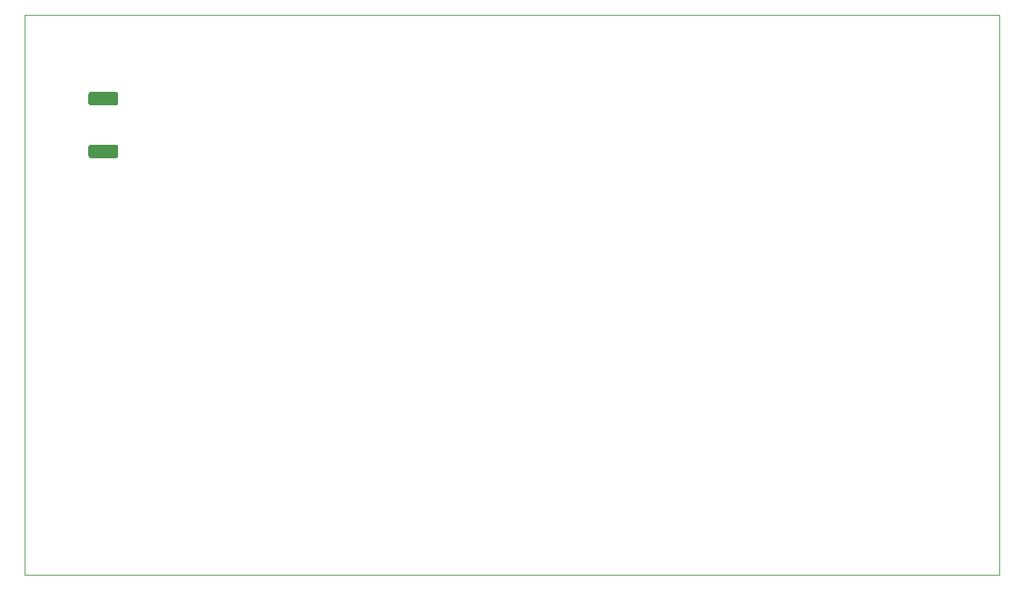
<source format=gbr>
G04 #@! TF.GenerationSoftware,KiCad,Pcbnew,5.1.5-52549c5~86~ubuntu18.04.1*
G04 #@! TF.CreationDate,2020-05-20T16:48:26+05:30*
G04 #@! TF.ProjectId,Resp2,52657370-322e-46b6-9963-61645f706362,rev?*
G04 #@! TF.SameCoordinates,Original*
G04 #@! TF.FileFunction,Paste,Bot*
G04 #@! TF.FilePolarity,Positive*
%FSLAX46Y46*%
G04 Gerber Fmt 4.6, Leading zero omitted, Abs format (unit mm)*
G04 Created by KiCad (PCBNEW 5.1.5-52549c5~86~ubuntu18.04.1) date 2020-05-20 16:48:26*
%MOMM*%
%LPD*%
G04 APERTURE LIST*
%ADD10C,0.100000*%
G04 APERTURE END LIST*
D10*
X123190000Y-12700000D02*
X123190000Y-76200000D01*
X12700000Y-12700000D02*
X123190000Y-12700000D01*
X12700000Y-76200000D02*
X12700000Y-12700000D01*
X123190000Y-76200000D02*
X12700000Y-76200000D01*
G36*
X23039505Y-21463704D02*
G01*
X23063773Y-21467304D01*
X23087572Y-21473265D01*
X23110671Y-21481530D01*
X23132850Y-21492020D01*
X23153893Y-21504632D01*
X23173599Y-21519247D01*
X23191777Y-21535723D01*
X23208253Y-21553901D01*
X23222868Y-21573607D01*
X23235480Y-21594650D01*
X23245970Y-21616829D01*
X23254235Y-21639928D01*
X23260196Y-21663727D01*
X23263796Y-21687995D01*
X23265000Y-21712499D01*
X23265000Y-22737501D01*
X23263796Y-22762005D01*
X23260196Y-22786273D01*
X23254235Y-22810072D01*
X23245970Y-22833171D01*
X23235480Y-22855350D01*
X23222868Y-22876393D01*
X23208253Y-22896099D01*
X23191777Y-22914277D01*
X23173599Y-22930753D01*
X23153893Y-22945368D01*
X23132850Y-22957980D01*
X23110671Y-22968470D01*
X23087572Y-22976735D01*
X23063773Y-22982696D01*
X23039505Y-22986296D01*
X23015001Y-22987500D01*
X20164999Y-22987500D01*
X20140495Y-22986296D01*
X20116227Y-22982696D01*
X20092428Y-22976735D01*
X20069329Y-22968470D01*
X20047150Y-22957980D01*
X20026107Y-22945368D01*
X20006401Y-22930753D01*
X19988223Y-22914277D01*
X19971747Y-22896099D01*
X19957132Y-22876393D01*
X19944520Y-22855350D01*
X19934030Y-22833171D01*
X19925765Y-22810072D01*
X19919804Y-22786273D01*
X19916204Y-22762005D01*
X19915000Y-22737501D01*
X19915000Y-21712499D01*
X19916204Y-21687995D01*
X19919804Y-21663727D01*
X19925765Y-21639928D01*
X19934030Y-21616829D01*
X19944520Y-21594650D01*
X19957132Y-21573607D01*
X19971747Y-21553901D01*
X19988223Y-21535723D01*
X20006401Y-21519247D01*
X20026107Y-21504632D01*
X20047150Y-21492020D01*
X20069329Y-21481530D01*
X20092428Y-21473265D01*
X20116227Y-21467304D01*
X20140495Y-21463704D01*
X20164999Y-21462500D01*
X23015001Y-21462500D01*
X23039505Y-21463704D01*
G37*
G36*
X23039505Y-27438704D02*
G01*
X23063773Y-27442304D01*
X23087572Y-27448265D01*
X23110671Y-27456530D01*
X23132850Y-27467020D01*
X23153893Y-27479632D01*
X23173599Y-27494247D01*
X23191777Y-27510723D01*
X23208253Y-27528901D01*
X23222868Y-27548607D01*
X23235480Y-27569650D01*
X23245970Y-27591829D01*
X23254235Y-27614928D01*
X23260196Y-27638727D01*
X23263796Y-27662995D01*
X23265000Y-27687499D01*
X23265000Y-28712501D01*
X23263796Y-28737005D01*
X23260196Y-28761273D01*
X23254235Y-28785072D01*
X23245970Y-28808171D01*
X23235480Y-28830350D01*
X23222868Y-28851393D01*
X23208253Y-28871099D01*
X23191777Y-28889277D01*
X23173599Y-28905753D01*
X23153893Y-28920368D01*
X23132850Y-28932980D01*
X23110671Y-28943470D01*
X23087572Y-28951735D01*
X23063773Y-28957696D01*
X23039505Y-28961296D01*
X23015001Y-28962500D01*
X20164999Y-28962500D01*
X20140495Y-28961296D01*
X20116227Y-28957696D01*
X20092428Y-28951735D01*
X20069329Y-28943470D01*
X20047150Y-28932980D01*
X20026107Y-28920368D01*
X20006401Y-28905753D01*
X19988223Y-28889277D01*
X19971747Y-28871099D01*
X19957132Y-28851393D01*
X19944520Y-28830350D01*
X19934030Y-28808171D01*
X19925765Y-28785072D01*
X19919804Y-28761273D01*
X19916204Y-28737005D01*
X19915000Y-28712501D01*
X19915000Y-27687499D01*
X19916204Y-27662995D01*
X19919804Y-27638727D01*
X19925765Y-27614928D01*
X19934030Y-27591829D01*
X19944520Y-27569650D01*
X19957132Y-27548607D01*
X19971747Y-27528901D01*
X19988223Y-27510723D01*
X20006401Y-27494247D01*
X20026107Y-27479632D01*
X20047150Y-27467020D01*
X20069329Y-27456530D01*
X20092428Y-27448265D01*
X20116227Y-27442304D01*
X20140495Y-27438704D01*
X20164999Y-27437500D01*
X23015001Y-27437500D01*
X23039505Y-27438704D01*
G37*
M02*

</source>
